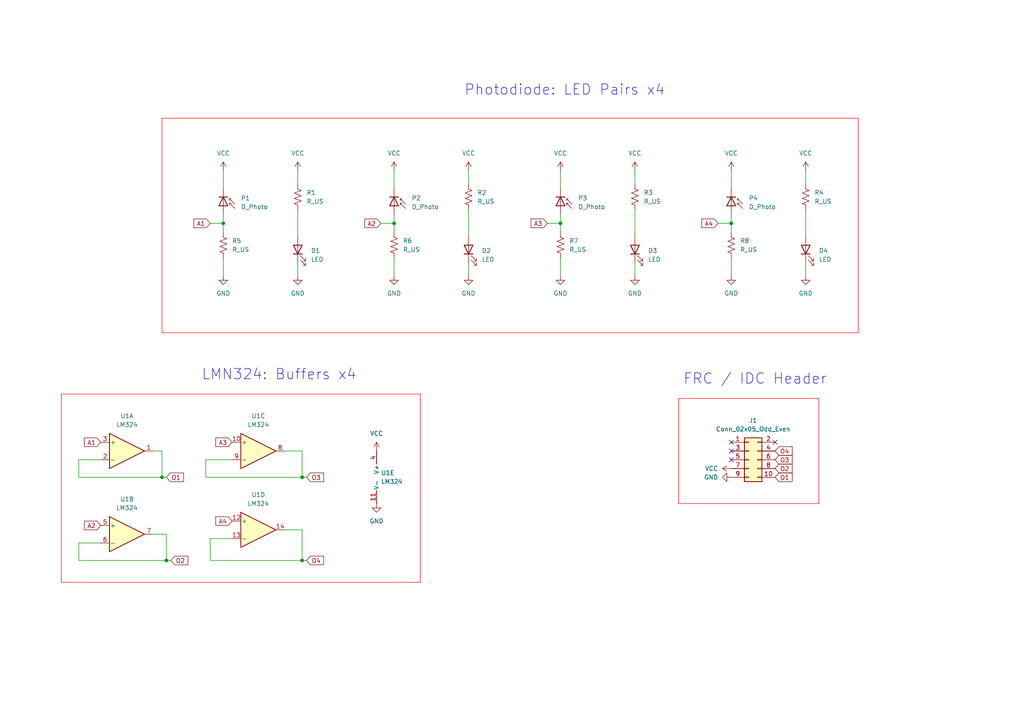
<source format=kicad_sch>
(kicad_sch (version 20211123) (generator eeschema)
  (paper "A4")
  (lib_symbols
    (symbol "Amplifier_Operational:LM324" (pin_names (offset 0.127))
      (property "Reference" "U" (at 0 5.08 0))
      (property "Value" "LM324" (at 0 -5.08 0))
      (symbol "LM324_1_1"
        (polyline (pts (xy -5.08 5.08) (xy 5.08 0) (xy -5.08 -5.08) (xy -5.08 5.08)) (stroke (width 0.254)) (fill (type background)))
        (pin output line (at 7.62 0 180) (length 2.54) (name "~") (number "1"))
        (pin input line (at -7.62 -2.54 0) (length 2.54) (name "-") (number "2"))
        (pin input line (at -7.62 2.54 0) (length 2.54) (name "+") (number "3"))
      )
      (symbol "LM324_2_1"
        (polyline (pts (xy -5.08 5.08) (xy 5.08 0) (xy -5.08 -5.08) (xy -5.08 5.08)) (stroke (width 0.254)) (fill (type background)))
        (pin input line (at -7.62 2.54 0) (length 2.54) (name "+") (number "5"))
        (pin input line (at -7.62 -2.54 0) (length 2.54) (name "-") (number "6"))
        (pin output line (at 7.62 0 180) (length 2.54) (name "~") (number "7"))
      )
      (symbol "LM324_3_1"
        (polyline (pts (xy -5.08 5.08) (xy 5.08 0) (xy -5.08 -5.08) (xy -5.08 5.08)) (stroke (width 0.254)) (fill (type background)))
        (pin input line (at -7.62 2.54 0) (length 2.54) (name "+") (number "10"))
        (pin output line (at 7.62 0 180) (length 2.54) (name "~") (number "8"))
        (pin input line (at -7.62 -2.54 0) (length 2.54) (name "-") (number "9"))
      )
      (symbol "LM324_4_1"
        (polyline (pts (xy -5.08 5.08) (xy 5.08 0) (xy -5.08 -5.08) (xy -5.08 5.08)) (stroke (width 0.254)) (fill (type background)))
        (pin input line (at -7.62 2.54 0) (length 2.54) (name "+") (number "12"))
        (pin input line (at -7.62 -2.54 0) (length 2.54) (name "-") (number "13"))
        (pin output line (at 7.62 0 180) (length 2.54) (name "~") (number "14"))
      )
      (symbol "LM324_5_1"
        (pin power_in line (at -2.54 -7.62 90) (length 3.81) (name "V-") (number "11"))
        (pin power_in line (at -2.54 7.62 270) (length 3.81) (name "V+") (number "4"))
      )
    )
    (symbol "Connector_Generic:Conn_02x05_Odd_Even" (pin_names (offset 1.016) hide)
      (property "Reference" "J" (at 1.27 7.62 0))
      (property "Value" "Conn_02x05_Odd_Even" (at 1.27 -7.62 0))
      (symbol "Conn_02x05_Odd_Even_1_1"
        (rectangle (start -1.27 -4.953) (end 0 -5.207) (stroke (width 0.1524)))
        (rectangle (start -1.27 -2.413) (end 0 -2.667) (stroke (width 0.1524)))
        (rectangle (start -1.27 0.127) (end 0 -0.127) (stroke (width 0.1524)))
        (rectangle (start -1.27 2.667) (end 0 2.413) (stroke (width 0.1524)))
        (rectangle (start -1.27 5.207) (end 0 4.953) (stroke (width 0.1524)))
        (rectangle (start -1.27 6.35) (end 3.81 -6.35) (stroke (width 0.254)) (fill (type background)))
        (rectangle (start 3.81 -4.953) (end 2.54 -5.207) (stroke (width 0.1524)))
        (rectangle (start 3.81 -2.413) (end 2.54 -2.667) (stroke (width 0.1524)))
        (rectangle (start 3.81 0.127) (end 2.54 -0.127) (stroke (width 0.1524)))
        (rectangle (start 3.81 2.667) (end 2.54 2.413) (stroke (width 0.1524)))
        (rectangle (start 3.81 5.207) (end 2.54 4.953) (stroke (width 0.1524)))
        (pin passive line (at -5.08 5.08 0) (length 3.81) (name "Pin_1") (number "1"))
        (pin passive line (at 7.62 -5.08 180) (length 3.81) (name "Pin_10") (number "10"))
        (pin passive line (at 7.62 5.08 180) (length 3.81) (name "Pin_2") (number "2"))
        (pin passive line (at -5.08 2.54 0) (length 3.81) (name "Pin_3") (number "3"))
        (pin passive line (at 7.62 2.54 180) (length 3.81) (name "Pin_4") (number "4"))
        (pin passive line (at -5.08 0 0) (length 3.81) (name "Pin_5") (number "5"))
        (pin passive line (at 7.62 0 180) (length 3.81) (name "Pin_6") (number "6"))
        (pin passive line (at -5.08 -2.54 0) (length 3.81) (name "Pin_7") (number "7"))
        (pin passive line (at 7.62 -2.54 180) (length 3.81) (name "Pin_8") (number "8"))
        (pin passive line (at -5.08 -5.08 0) (length 3.81) (name "Pin_9") (number "9"))
      )
    )
    (symbol "Device:D_Photo" (pin_numbers hide) (pin_names hide)
      (property "Reference" "D" (at 0.508 1.778 0))
      (property "Value" "D_Photo" (at -1.016 -2.794 0))
      (symbol "D_Photo_0_1"
        (polyline (pts (xy -2.54 1.27) (xy -2.54 -1.27)) (stroke (width 0.254)))
        (polyline (pts (xy -2.032 1.778) (xy -1.524 1.778)))
        (polyline (pts (xy 0 0) (xy -2.54 0)))
        (polyline (pts (xy -0.508 3.302) (xy -2.032 1.778) (xy -2.032 2.286)))
        (polyline (pts (xy 0 -1.27) (xy 0 1.27) (xy -2.54 0) (xy 0 -1.27)) (stroke (width 0.254)))
        (polyline (pts (xy 0.762 3.302) (xy -0.762 1.778) (xy -0.762 2.286) (xy -0.762 1.778) (xy -0.254 1.778)))
      )
      (symbol "D_Photo_1_1"
        (pin passive line (at -5.08 0 0) (length 2.54) (name "K") (number "1"))
        (pin passive line (at 2.54 0 180) (length 2.54) (name "A") (number "2"))
      )
    )
    (symbol "Device:LED" (pin_numbers hide) (pin_names (offset 1.016) hide)
      (property "Reference" "D" (at 0 2.54 0))
      (property "Value" "LED" (at 0 -2.54 0))
      (symbol "LED_0_1"
        (polyline (pts (xy -1.27 -1.27) (xy -1.27 1.27)) (stroke (width 0.254)))
        (polyline (pts (xy -1.27 0) (xy 1.27 0)))
        (polyline (pts (xy 1.27 -1.27) (xy 1.27 1.27) (xy -1.27 0) (xy 1.27 -1.27)) (stroke (width 0.254)))
        (polyline (pts (xy -3.048 -0.762) (xy -4.572 -2.286) (xy -3.81 -2.286) (xy -4.572 -2.286) (xy -4.572 -1.524)))
        (polyline (pts (xy -1.778 -0.762) (xy -3.302 -2.286) (xy -2.54 -2.286) (xy -3.302 -2.286) (xy -3.302 -1.524)))
      )
      (symbol "LED_1_1"
        (pin passive line (at -3.81 0 0) (length 2.54) (name "K") (number "1"))
        (pin passive line (at 3.81 0 180) (length 2.54) (name "A") (number "2"))
      )
    )
    (symbol "Device:R_US" (pin_numbers hide) (pin_names (offset 0))
      (property "Reference" "R" (at 2.54 0 90))
      (property "Value" "R_US" (at -2.54 0 90))
      (symbol "R_US_0_1"
        (polyline (pts (xy 0 -2.286) (xy 0 -2.54)))
        (polyline (pts (xy 0 2.286) (xy 0 2.54)))
        (polyline (pts (xy 0 -0.762) (xy 1.016 -1.143) (xy 0 -1.524) (xy -1.016 -1.905) (xy 0 -2.286)))
        (polyline (pts (xy 0 0.762) (xy 1.016 0.381) (xy 0 0) (xy -1.016 -0.381) (xy 0 -0.762)))
        (polyline (pts (xy 0 2.286) (xy 1.016 1.905) (xy 0 1.524) (xy -1.016 1.143) (xy 0 0.762)))
      )
      (symbol "R_US_1_1"
        (pin passive line (at 0 3.81 270) (length 1.27) (name "~") (number "1"))
        (pin passive line (at 0 -3.81 90) (length 1.27) (name "~") (number "2"))
      )
    )
    (symbol "power:GND" (power) (pin_names (offset 0))
      (property "Value" "GND" (at 0 -3.81 0))
      (symbol "GND_0_1"
        (polyline (pts (xy 0 0) (xy 0 -1.27) (xy 1.27 -1.27) (xy 0 -2.54) (xy -1.27 -1.27) (xy 0 -1.27)))
      )
      (symbol "GND_1_1"
        (pin power_in line (at 0 0 270) (length 0) hide (name "GND") (number "1"))
      )
    )
    (symbol "power:VCC" (power) (pin_names (offset 0))
      (property "Value" "VCC" (at 0 3.81 0))
      (symbol "VCC_0_1"
        (polyline (pts (xy -0.762 1.27) (xy 0 2.54)))
        (polyline (pts (xy 0 0) (xy 0 2.54)))
        (polyline (pts (xy 0 2.54) (xy 0.762 1.27)))
      )
      (symbol "VCC_1_1"
        (pin power_in line (at 0 0 90) (length 0) hide (name "VCC") (number "1"))
      )
    )
  )
  (junction (at 87.63 138.43))
  (junction (at 46.99 138.43))
  (junction (at 162.56 64.77))
  (junction (at 87.63 162.56))
  (junction (at 114.3 64.77))
  (junction (at 48.26 162.56))
  (junction (at 64.77 64.77))
  (junction (at 212.09 64.77))
  (no_connect (at 212.09 128.27))
  (no_connect (at 212.09 130.81))
  (no_connect (at 212.09 133.35))
  (no_connect (at 224.79 128.27))
  (wire (pts (xy 162.56 49.53) (xy 162.56 54.61)))
  (wire (pts (xy 59.69 138.43) (xy 87.63 138.43)))
  (wire (pts (xy 64.77 62.23) (xy 64.77 64.77)))
  (wire (pts (xy 114.3 49.53) (xy 114.3 54.61)))
  (wire (pts (xy 59.69 133.35) (xy 59.69 138.43)))
  (wire (pts (xy 60.96 162.56) (xy 87.63 162.56)))
  (wire (pts (xy 46.99 138.43) (xy 48.26 138.43)))
  (wire (pts (xy 212.09 74.93) (xy 212.09 80.01)))
  (wire (pts (xy 87.63 153.67) (xy 82.55 153.67)))
  (wire (pts (xy 86.36 49.53) (xy 86.36 53.34)))
  (wire (pts (xy 64.77 64.77) (xy 64.77 67.31)))
  (wire (pts (xy 48.26 154.94) (xy 44.45 154.94)))
  (wire (pts (xy 135.89 49.53) (xy 135.89 53.34)))
  (wire (pts (xy 158.75 64.77) (xy 162.56 64.77)))
  (wire (pts (xy 114.3 64.77) (xy 114.3 67.31)))
  (wire (pts (xy 87.63 130.81) (xy 82.55 130.81)))
  (wire (pts (xy 67.31 133.35) (xy 59.69 133.35)))
  (wire (pts (xy 60.96 64.77) (xy 64.77 64.77)))
  (wire (pts (xy 135.89 60.96) (xy 135.89 68.58)))
  (wire (pts (xy 233.68 60.96) (xy 233.68 68.58)))
  (wire (pts (xy 87.63 138.43) (xy 88.9 138.43)))
  (polyline (pts (xy 121.92 114.3) (xy 121.92 168.91)) (stroke (width 0) (type solid) (color 255 0 0 1)))
  (polyline (pts (xy 248.92 34.29) (xy 248.92 96.52)) (stroke (width 0) (type solid) (color 255 0 0 1)))
  (wire (pts (xy 87.63 153.67) (xy 87.63 162.56)))
  (wire (pts (xy 22.86 138.43) (xy 46.99 138.43)))
  (wire (pts (xy 60.96 156.21) (xy 60.96 162.56)))
  (wire (pts (xy 162.56 74.93) (xy 162.56 80.01)))
  (polyline (pts (xy 196.85 146.05) (xy 196.85 115.57)) (stroke (width 0) (type solid) (color 255 0 0 1)))
  (wire (pts (xy 208.28 64.77) (xy 212.09 64.77)))
  (polyline (pts (xy 46.99 34.29) (xy 46.99 96.52)) (stroke (width 0) (type solid) (color 255 0 0 1)))
  (wire (pts (xy 212.09 49.53) (xy 212.09 54.61)))
  (wire (pts (xy 46.99 130.81) (xy 46.99 138.43)))
  (polyline (pts (xy 17.78 114.3) (xy 121.92 114.3)) (stroke (width 0) (type solid) (color 255 0 0 1)))
  (wire (pts (xy 22.86 133.35) (xy 22.86 138.43)))
  (wire (pts (xy 184.15 49.53) (xy 184.15 53.34)))
  (polyline (pts (xy 248.92 96.52) (xy 46.99 96.52)) (stroke (width 0) (type solid) (color 255 0 0 1)))
  (wire (pts (xy 184.15 76.2) (xy 184.15 80.01)))
  (wire (pts (xy 86.36 76.2) (xy 86.36 80.01)))
  (wire (pts (xy 64.77 74.93) (xy 64.77 80.01)))
  (wire (pts (xy 29.21 157.48) (xy 22.86 157.48)))
  (wire (pts (xy 135.89 76.2) (xy 135.89 80.01)))
  (wire (pts (xy 233.68 76.2) (xy 233.68 80.01)))
  (wire (pts (xy 87.63 162.56) (xy 88.9 162.56)))
  (polyline (pts (xy 121.92 168.91) (xy 17.78 168.91)) (stroke (width 0) (type solid) (color 255 0 0 1)))
  (wire (pts (xy 67.31 156.21) (xy 60.96 156.21)))
  (wire (pts (xy 110.49 64.77) (xy 114.3 64.77)))
  (wire (pts (xy 86.36 60.96) (xy 86.36 68.58)))
  (polyline (pts (xy 237.49 115.57) (xy 237.49 146.05)) (stroke (width 0) (type solid) (color 255 0 0 1)))
  (polyline (pts (xy 237.49 146.05) (xy 196.85 146.05)) (stroke (width 0) (type solid) (color 255 0 0 1)))
  (wire (pts (xy 48.26 162.56) (xy 49.53 162.56)))
  (wire (pts (xy 64.77 49.53) (xy 64.77 54.61)))
  (wire (pts (xy 233.68 49.53) (xy 233.68 53.34)))
  (wire (pts (xy 114.3 74.93) (xy 114.3 80.01)))
  (wire (pts (xy 29.21 133.35) (xy 22.86 133.35)))
  (wire (pts (xy 212.09 64.77) (xy 212.09 67.31)))
  (wire (pts (xy 114.3 62.23) (xy 114.3 64.77)))
  (wire (pts (xy 22.86 157.48) (xy 22.86 162.56)))
  (wire (pts (xy 22.86 162.56) (xy 48.26 162.56)))
  (wire (pts (xy 162.56 62.23) (xy 162.56 64.77)))
  (wire (pts (xy 48.26 162.56) (xy 48.26 154.94)))
  (polyline (pts (xy 46.99 34.29) (xy 248.92 34.29)) (stroke (width 0) (type solid) (color 255 0 0 1)))
  (wire (pts (xy 162.56 64.77) (xy 162.56 67.31)))
  (wire (pts (xy 87.63 138.43) (xy 87.63 130.81)))
  (polyline (pts (xy 196.85 115.57) (xy 237.49 115.57)) (stroke (width 0) (type solid) (color 255 0 0 1)))
  (wire (pts (xy 46.99 130.81) (xy 44.45 130.81)))
  (polyline (pts (xy 17.78 114.3) (xy 17.78 168.91)) (stroke (width 0) (type solid) (color 255 0 0 1)))
  (wire (pts (xy 184.15 60.96) (xy 184.15 68.58)))
  (wire (pts (xy 212.09 62.23) (xy 212.09 64.77)))
  (text "Photodiode: LED Pairs x4" (at 134.62 27.94 0) (effects (font (size 3 3)) (justify left bottom)))
  (text "LMN324: Buffers x4" (at 58.42 110.49 0) (effects (font (size 3 3)) (justify left bottom)))
  (text "FRC / IDC Header" (at 198.12 111.76 0) (effects (font (size 3 3)) (justify left bottom)))
  (global_label "O1" (shape input) (at 224.79 138.43 0) (property "Intersheet References" "${INTERSHEET_REFS}" (effects hide)))
  (global_label "O2" (shape input) (at 224.79 135.89 0) (property "Intersheet References" "${INTERSHEET_REFS}" (effects hide)))
  (global_label "A2" (shape input) (at 110.49 64.77 180) (property "Intersheet References" "${INTERSHEET_REFS}" (effects hide)))
  (global_label "O3" (shape input) (at 88.9 138.43 0) (property "Intersheet References" "${INTERSHEET_REFS}" (effects hide)))
  (global_label "A4" (shape input) (at 208.28 64.77 180) (property "Intersheet References" "${INTERSHEET_REFS}" (effects hide)))
  (global_label "A3" (shape input) (at 158.75 64.77 180) (property "Intersheet References" "${INTERSHEET_REFS}" (effects hide)))
  (global_label "A3" (shape input) (at 67.31 128.27 180) (property "Intersheet References" "${INTERSHEET_REFS}" (effects hide)))
  (global_label "O1" (shape input) (at 48.26 138.43 0) (property "Intersheet References" "${INTERSHEET_REFS}" (effects hide)))
  (global_label "A1" (shape input) (at 60.96 64.77 180) (property "Intersheet References" "${INTERSHEET_REFS}" (effects hide)))
  (global_label "O4" (shape input) (at 88.9 162.56 0) (property "Intersheet References" "${INTERSHEET_REFS}" (effects hide)))
  (global_label "O3" (shape input) (at 224.79 133.35 0) (property "Intersheet References" "${INTERSHEET_REFS}" (effects hide)))
  (global_label "A4" (shape input) (at 67.31 151.13 180) (property "Intersheet References" "${INTERSHEET_REFS}" (effects hide)))
  (global_label "O4" (shape input) (at 224.79 130.81 0) (property "Intersheet References" "${INTERSHEET_REFS}" (effects hide)))
  (global_label "A2" (shape input) (at 29.21 152.4 180) (property "Intersheet References" "${INTERSHEET_REFS}" (effects hide)))
  (global_label "A1" (shape input) (at 29.21 128.27 180) (property "Intersheet References" "${INTERSHEET_REFS}" (effects hide)))
  (global_label "O2" (shape input) (at 49.53 162.56 0) (property "Intersheet References" "${INTERSHEET_REFS}" (effects hide)))
  (symbol (lib_id "power:VCC") (at 212.09 135.89 90) (unit 1)
    (property "Reference" "#PWR03" (effects hide))
    (property "Value" "VCC" (at 208.28 135.8899 90) (effects (justify left)))
  )
  (symbol (lib_id "Amplifier_Operational:LM324") (at 36.83 130.81 0) (unit 1)
    (property "Reference" "U1" (at 36.83 120.65 0))
    (property "Value" "LM324" (at 36.83 123.19 0))
    (property "Footprint" "LMN324:DIP825W47P254L1917H533Q14" (effects hide))
    (property "Datasheet" "http://www.ti.com/lit/ds/symlink/lm2902-n.pdf" (effects hide))
  )
  (symbol (lib_id "power:GND") (at 86.36 80.01 0) (unit 1)
    (property "Reference" "#PWR0106" (effects hide))
    (property "Value" "GND" (at 86.36 85.09 0))
  )
  (symbol (lib_id "power:GND") (at 162.56 80.01 0) (unit 1)
    (property "Reference" "#PWR0110" (effects hide))
    (property "Value" "GND" (at 162.56 85.09 0))
  )
  (symbol (lib_id "Device:R_US") (at 233.68 57.15 0) (unit 1)
    (property "Reference" "R4" (at 236.22 55.8799 0) (effects (justify left)))
    (property "Value" "R_US" (at 236.22 58.4199 0) (effects (justify left)))
    (property "Footprint" "Resistor_THT:R_Axial_DIN0204_L3.6mm_D1.6mm_P7.62mm_Horizontal" (effects hide))
  )
  (symbol (lib_id "Amplifier_Operational:LM324") (at 74.93 130.81 0) (unit 3)
    (property "Reference" "U1" (at 74.93 120.65 0))
    (property "Value" "LM324" (at 74.93 123.19 0))
    (property "Footprint" "LMN324:DIP825W47P254L1917H533Q14" (effects hide))
    (property "Datasheet" "http://www.ti.com/lit/ds/symlink/lm2902-n.pdf" (effects hide))
  )
  (symbol (lib_id "power:VCC") (at 86.36 49.53 0) (unit 1)
    (property "Reference" "#PWR0101" (effects hide))
    (property "Value" "VCC" (at 86.36 44.45 0))
  )
  (symbol (lib_id "Connector_Generic:Conn_02x05_Odd_Even") (at 217.17 133.35 0) (unit 1)
    (property "Reference" "J1" (at 218.44 121.92 0))
    (property "Value" "Conn_02x05_Odd_Even" (at 218.44 124.46 0))
    (property "Footprint" "Connector_IDC:IDC-Header_2x05_P2.54mm_Vertical" (effects hide))
  )
  (symbol (lib_id "Device:R_US") (at 184.15 57.15 0) (unit 1)
    (property "Reference" "R3" (at 186.69 55.8799 0) (effects (justify left)))
    (property "Value" "R_US" (at 186.69 58.4199 0) (effects (justify left)))
    (property "Footprint" "Resistor_THT:R_Axial_DIN0204_L3.6mm_D1.6mm_P7.62mm_Horizontal" (effects hide))
  )
  (symbol (lib_id "power:GND") (at 135.89 80.01 0) (unit 1)
    (property "Reference" "#PWR0102" (effects hide))
    (property "Value" "GND" (at 135.89 85.09 0))
  )
  (symbol (lib_id "power:VCC") (at 114.3 49.53 0) (unit 1)
    (property "Reference" "#PWR0108" (effects hide))
    (property "Value" "VCC" (at 114.3 44.45 0))
  )
  (symbol (lib_id "power:VCC") (at 135.89 49.53 0) (unit 1)
    (property "Reference" "#PWR0103" (effects hide))
    (property "Value" "VCC" (at 135.89 44.45 0))
  )
  (symbol (lib_id "Device:LED") (at 184.15 72.39 90) (unit 1)
    (property "Reference" "D3" (at 187.96 72.7074 90) (effects (justify right)))
    (property "Value" "LED" (at 187.96 75.2474 90) (effects (justify right)))
    (property "Footprint" "LED_THT:LED_D3.0mm" (effects hide))
  )
  (symbol (lib_id "power:VCC") (at 233.68 49.53 0) (unit 1)
    (property "Reference" "#PWR0113" (effects hide))
    (property "Value" "VCC" (at 233.68 44.45 0))
  )
  (symbol (lib_id "power:VCC") (at 64.77 49.53 0) (unit 1)
    (property "Reference" "#PWR0104" (effects hide))
    (property "Value" "VCC" (at 64.77 44.45 0))
  )
  (symbol (lib_id "power:VCC") (at 162.56 49.53 0) (unit 1)
    (property "Reference" "#PWR0111" (effects hide))
    (property "Value" "VCC" (at 162.56 44.45 0))
  )
  (symbol (lib_id "power:VCC") (at 109.22 130.81 0) (unit 1)
    (property "Reference" "#PWR01" (effects hide))
    (property "Value" "VCC" (at 109.22 125.73 0))
  )
  (symbol (lib_id "Device:LED") (at 135.89 72.39 90) (unit 1)
    (property "Reference" "D2" (at 139.7 72.7074 90) (effects (justify right)))
    (property "Value" "LED" (at 139.7 75.2474 90) (effects (justify right)))
    (property "Footprint" "LED_THT:LED_D3.0mm" (effects hide))
  )
  (symbol (lib_id "power:GND") (at 64.77 80.01 0) (unit 1)
    (property "Reference" "#PWR0107" (effects hide))
    (property "Value" "GND" (at 64.77 85.09 0))
  )
  (symbol (lib_id "Device:D_Photo") (at 162.56 59.69 270) (unit 1)
    (property "Reference" "P3" (at 167.64 57.4674 90) (effects (justify left)))
    (property "Value" "D_Photo" (at 167.64 60.0074 90) (effects (justify left)))
    (property "Footprint" "OptoDevice:Osram_DIL2_4.3x4.65mm_P5.08mm" (effects hide))
  )
  (symbol (lib_id "Device:LED") (at 233.68 72.39 90) (unit 1)
    (property "Reference" "D4" (at 237.49 72.7074 90) (effects (justify right)))
    (property "Value" "LED" (at 237.49 75.2474 90) (effects (justify right)))
    (property "Footprint" "LED_THT:LED_D3.0mm" (effects hide))
  )
  (symbol (lib_id "Device:LED") (at 86.36 72.39 90) (unit 1)
    (property "Reference" "D1" (at 90.17 72.7074 90) (effects (justify right)))
    (property "Value" "LED" (at 90.17 75.2474 90) (effects (justify right)))
    (property "Footprint" "LED_THT:LED_D3.0mm" (effects hide))
  )
  (symbol (lib_id "Amplifier_Operational:LM324") (at 36.83 154.94 0) (unit 2)
    (property "Reference" "U1" (at 36.83 144.78 0))
    (property "Value" "LM324" (at 36.83 147.32 0))
    (property "Footprint" "LMN324:DIP825W47P254L1917H533Q14" (effects hide))
    (property "Datasheet" "http://www.ti.com/lit/ds/symlink/lm2902-n.pdf" (effects hide))
  )
  (symbol (lib_id "power:GND") (at 233.68 80.01 0) (unit 1)
    (property "Reference" "#PWR0109" (effects hide))
    (property "Value" "GND" (at 233.68 85.09 0))
  )
  (symbol (lib_id "Amplifier_Operational:LM324") (at 111.76 138.43 0) (unit 5)
    (property "Reference" "U1" (at 110.49 137.1599 0) (effects (justify left)))
    (property "Value" "LM324" (at 110.49 139.6999 0) (effects (justify left)))
    (property "Footprint" "LMN324:DIP825W47P254L1917H533Q14" (effects hide))
    (property "Datasheet" "http://www.ti.com/lit/ds/symlink/lm2902-n.pdf" (effects hide))
  )
  (symbol (lib_id "Device:R_US") (at 64.77 71.12 0) (unit 1)
    (property "Reference" "R5" (at 67.31 69.8499 0) (effects (justify left)))
    (property "Value" "R_US" (at 67.31 72.3899 0) (effects (justify left)))
    (property "Footprint" "Resistor_THT:R_Axial_DIN0204_L3.6mm_D1.6mm_P7.62mm_Horizontal" (effects hide))
  )
  (symbol (lib_id "Device:R_US") (at 86.36 57.15 0) (unit 1)
    (property "Reference" "R1" (at 88.9 55.8799 0) (effects (justify left)))
    (property "Value" "R_US" (at 88.9 58.4199 0) (effects (justify left)))
    (property "Footprint" "Resistor_THT:R_Axial_DIN0204_L3.6mm_D1.6mm_P7.62mm_Horizontal" (effects hide))
  )
  (symbol (lib_id "Device:R_US") (at 135.89 57.15 0) (unit 1)
    (property "Reference" "R2" (at 138.43 55.8799 0) (effects (justify left)))
    (property "Value" "R_US" (at 138.43 58.4199 0) (effects (justify left)))
    (property "Footprint" "Resistor_THT:R_Axial_DIN0204_L3.6mm_D1.6mm_P7.62mm_Horizontal" (effects hide))
  )
  (symbol (lib_id "power:GND") (at 184.15 80.01 0) (unit 1)
    (property "Reference" "#PWR0115" (effects hide))
    (property "Value" "GND" (at 184.15 85.09 0))
  )
  (symbol (lib_id "power:GND") (at 212.09 80.01 0) (unit 1)
    (property "Reference" "#PWR0116" (effects hide))
    (property "Value" "GND" (at 212.09 85.09 0))
  )
  (symbol (lib_id "power:VCC") (at 212.09 49.53 0) (unit 1)
    (property "Reference" "#PWR0114" (effects hide))
    (property "Value" "VCC" (at 212.09 44.45 0))
  )
  (symbol (lib_id "power:GND") (at 114.3 80.01 0) (unit 1)
    (property "Reference" "#PWR0105" (effects hide))
    (property "Value" "GND" (at 114.3 85.09 0))
  )
  (symbol (lib_id "Amplifier_Operational:LM324") (at 74.93 153.67 0) (unit 4)
    (property "Reference" "U1" (at 74.93 143.51 0))
    (property "Value" "LM324" (at 74.93 146.05 0))
    (property "Footprint" "LMN324:DIP825W47P254L1917H533Q14" (effects hide))
    (property "Datasheet" "http://www.ti.com/lit/ds/symlink/lm2902-n.pdf" (effects hide))
  )
  (symbol (lib_id "Device:D_Photo") (at 114.3 59.69 270) (unit 1)
    (property "Reference" "P2" (at 119.38 57.4674 90) (effects (justify left)))
    (property "Value" "D_Photo" (at 119.38 60.0074 90) (effects (justify left)))
    (property "Footprint" "OptoDevice:Osram_DIL2_4.3x4.65mm_P5.08mm" (effects hide))
  )
  (symbol (lib_id "Device:D_Photo") (at 64.77 59.69 270) (unit 1)
    (property "Reference" "P1" (at 69.85 57.4674 90) (effects (justify left)))
    (property "Value" "D_Photo" (at 69.85 60.0074 90) (effects (justify left)))
    (property "Footprint" "OptoDevice:Osram_DIL2_4.3x4.65mm_P5.08mm" (effects hide))
  )
  (symbol (lib_id "power:VCC") (at 184.15 49.53 0) (unit 1)
    (property "Reference" "#PWR0112" (effects hide))
    (property "Value" "VCC" (at 184.15 44.45 0))
  )
  (symbol (lib_id "Device:R_US") (at 114.3 71.12 0) (unit 1)
    (property "Reference" "R6" (at 116.84 69.8499 0) (effects (justify left)))
    (property "Value" "R_US" (at 116.84 72.3899 0) (effects (justify left)))
    (property "Footprint" "Resistor_THT:R_Axial_DIN0204_L3.6mm_D1.6mm_P7.62mm_Horizontal" (effects hide))
  )
  (symbol (lib_id "Device:D_Photo") (at 212.09 59.69 270) (unit 1)
    (property "Reference" "P4" (at 217.17 57.4674 90) (effects (justify left)))
    (property "Value" "D_Photo" (at 217.17 60.0074 90) (effects (justify left)))
    (property "Footprint" "OptoDevice:Osram_DIL2_4.3x4.65mm_P5.08mm" (effects hide))
  )
  (symbol (lib_id "Device:R_US") (at 212.09 71.12 0) (unit 1)
    (property "Reference" "R8" (at 214.63 69.8499 0) (effects (justify left)))
    (property "Value" "R_US" (at 214.63 72.3899 0) (effects (justify left)))
    (property "Footprint" "Resistor_THT:R_Axial_DIN0204_L3.6mm_D1.6mm_P7.62mm_Horizontal" (effects hide))
  )
  (symbol (lib_id "power:GND") (at 212.09 138.43 270) (unit 1)
    (property "Reference" "#PWR04" (effects hide))
    (property "Value" "GND" (at 208.28 138.4299 90) (effects (justify right)))
  )
  (symbol (lib_id "power:GND") (at 109.22 146.05 0) (unit 1)
    (property "Reference" "#PWR02" (effects hide))
    (property "Value" "GND" (at 109.22 151.13 0))
  )
  (symbol (lib_id "Device:R_US") (at 162.56 71.12 0) (unit 1)
    (property "Reference" "R7" (at 165.1 69.8499 0) (effects (justify left)))
    (property "Value" "R_US" (at 165.1 72.3899 0) (effects (justify left)))
    (property "Footprint" "Resistor_THT:R_Axial_DIN0204_L3.6mm_D1.6mm_P7.62mm_Horizontal" (effects hide))
  )
)
</source>
